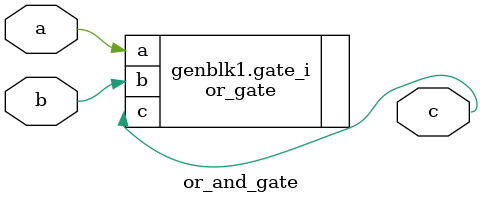
<source format=v>
module or_and_gate
#(
	parameter mode = 0
)
(
	input a,
	input b,
	output c
);

generate
	if (mode == 0)
	begin
		or_gate gate_i
		(
			.a(a),
			.b(b),
			.c(c)
		);
	end
	else
	begin
		and_gate gate_i
		(
			.a(a),
			.b(b),
			.c(c)
		);
	end
endgenerate

endmodule
</source>
